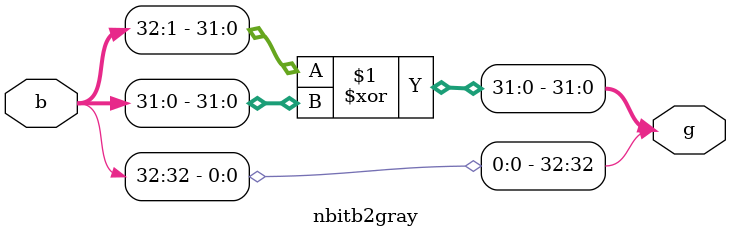
<source format=v>
module nbitb2gray#(parameter n = 32)
  (
    input [n:0]b,
    output [n:0]g);
assign g = {b[n], b[n:1]^b[n-1:0]};

endmodule

</source>
